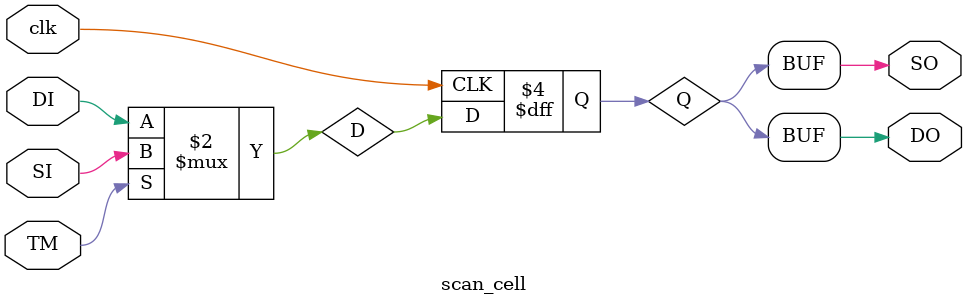
<source format=v>
module scan_cell(
    input clk,
    input TM,
    input DI,
    input SI,
    output DO,
    output SO
);

reg Q; 
wire D;

assign D = (TM == 1) ? SI : DI;

always @(posedge clk) begin
  Q <= D;
end

assign SO = Q;
assign DO = Q;

endmodule
</source>
